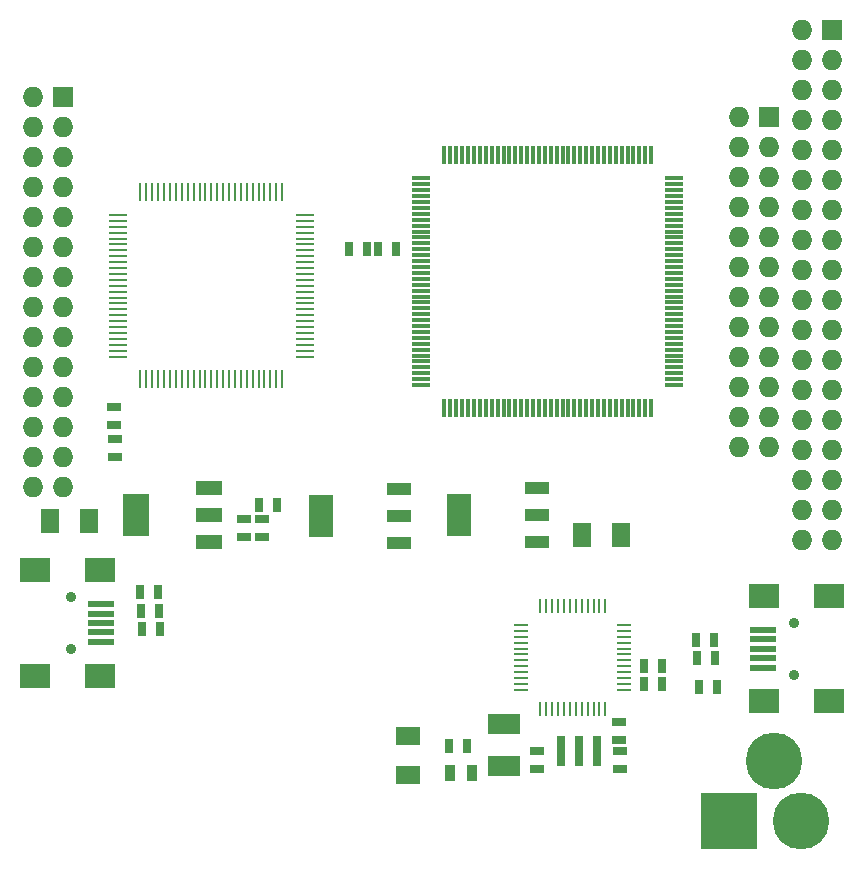
<source format=gts>
G04 #@! TF.FileFunction,Soldermask,Top*
%FSLAX46Y46*%
G04 Gerber Fmt 4.6, Leading zero omitted, Abs format (unit mm)*
G04 Created by KiCad (PCBNEW 0.201502071101+5410~21~ubuntu14.04.1-product) date mié 20 may 2015 20:07:26 COT*
%MOMM*%
G01*
G04 APERTURE LIST*
%ADD10C,0.100000*%
%ADD11R,0.635000X1.143000*%
%ADD12R,1.524000X2.032000*%
%ADD13R,1.143000X0.635000*%
%ADD14R,2.235200X1.219200*%
%ADD15R,2.235200X3.606800*%
%ADD16R,1.550000X0.300000*%
%ADD17R,0.300000X1.550000*%
%ADD18R,1.500000X0.280000*%
%ADD19R,0.280000X1.500000*%
%ADD20R,2.032000X3.657600*%
%ADD21R,2.032000X1.016000*%
%ADD22R,1.727200X1.727200*%
%ADD23O,1.727200X1.727200*%
%ADD24R,2.794000X1.778000*%
%ADD25R,1.300000X0.250000*%
%ADD26R,0.250000X1.300000*%
%ADD27R,0.889000X1.397000*%
%ADD28R,2.032000X1.524000*%
%ADD29R,2.301240X0.500380*%
%ADD30R,2.499360X1.998980*%
%ADD31C,0.899160*%
%ADD32C,4.800600*%
%ADD33R,4.800600X4.800600*%
%ADD34R,0.800000X2.600000*%
G04 APERTURE END LIST*
D10*
D11*
X40813800Y-108224900D03*
X42337800Y-108224900D03*
D12*
X26412000Y-109520300D03*
X23110000Y-109520300D03*
D13*
X39537600Y-109405600D03*
X39537600Y-110929600D03*
X28580000Y-99938000D03*
X28580000Y-101462000D03*
X41042400Y-109393300D03*
X41042400Y-110917300D03*
X28610000Y-104112000D03*
X28610000Y-102588000D03*
D14*
X36588800Y-111366000D03*
X36588800Y-109080000D03*
X36588800Y-106794000D03*
D15*
X30391200Y-109080000D03*
D16*
X54580000Y-80550000D03*
X54580000Y-81050000D03*
X54580000Y-81550000D03*
X54580000Y-82050000D03*
X54580000Y-82550000D03*
X54580000Y-83050000D03*
X54580000Y-83550000D03*
X54580000Y-84050000D03*
X54580000Y-84550000D03*
X54580000Y-85050000D03*
X54580000Y-85550000D03*
X54580000Y-86050000D03*
X54580000Y-86550000D03*
X54580000Y-87050000D03*
X54580000Y-87550000D03*
X54580000Y-88050000D03*
X54580000Y-88550000D03*
X54580000Y-89050000D03*
X54580000Y-89550000D03*
X54580000Y-90050000D03*
X54580000Y-90550000D03*
X54580000Y-91050000D03*
X54580000Y-91550000D03*
X54580000Y-92050000D03*
X54580000Y-92550000D03*
X54580000Y-93050000D03*
X54580000Y-93550000D03*
X54580000Y-94050000D03*
X54580000Y-94550000D03*
X54580000Y-95050000D03*
X54580000Y-95550000D03*
X54580000Y-96050000D03*
X54580000Y-96550000D03*
X54580000Y-97050000D03*
X54580000Y-97550000D03*
X54580000Y-98050000D03*
D17*
X56530000Y-100000000D03*
X57030000Y-100000000D03*
X57530000Y-100000000D03*
X58030000Y-100000000D03*
X58530000Y-100000000D03*
X59030000Y-100000000D03*
X59530000Y-100000000D03*
X60030000Y-100000000D03*
X60530000Y-100000000D03*
X61030000Y-100000000D03*
X61530000Y-100000000D03*
X62030000Y-100000000D03*
X62530000Y-100000000D03*
X63030000Y-100000000D03*
X63530000Y-100000000D03*
X64030000Y-100000000D03*
X64530000Y-100000000D03*
X65030000Y-100000000D03*
X65530000Y-100000000D03*
X66030000Y-100000000D03*
X66530000Y-100000000D03*
X67030000Y-100000000D03*
X67530000Y-100000000D03*
X68030000Y-100000000D03*
X68530000Y-100000000D03*
X69030000Y-100000000D03*
X69530000Y-100000000D03*
X70030000Y-100000000D03*
X70530000Y-100000000D03*
X71030000Y-100000000D03*
X71530000Y-100000000D03*
X72030000Y-100000000D03*
X72530000Y-100000000D03*
X73030000Y-100000000D03*
X73530000Y-100000000D03*
X74030000Y-100000000D03*
D16*
X75980000Y-98050000D03*
X75980000Y-97550000D03*
X75980000Y-97050000D03*
X75980000Y-96550000D03*
X75980000Y-96050000D03*
X75980000Y-95550000D03*
X75980000Y-95050000D03*
X75980000Y-94550000D03*
X75980000Y-94050000D03*
X75980000Y-93550000D03*
X75980000Y-93050000D03*
X75980000Y-92550000D03*
X75980000Y-92050000D03*
X75980000Y-91550000D03*
X75980000Y-91050000D03*
X75980000Y-90550000D03*
X75980000Y-90050000D03*
X75980000Y-89550000D03*
X75980000Y-89050000D03*
X75980000Y-88550000D03*
X75980000Y-88050000D03*
X75980000Y-87550000D03*
X75980000Y-87050000D03*
X75980000Y-86550000D03*
X75980000Y-86050000D03*
X75980000Y-85550000D03*
X75980000Y-85050000D03*
X75980000Y-84550000D03*
X75980000Y-84050000D03*
X75980000Y-83550000D03*
X75980000Y-83050000D03*
X75980000Y-82550000D03*
X75980000Y-82050000D03*
X75980000Y-81550000D03*
X75980000Y-81050000D03*
X75980000Y-80550000D03*
D17*
X74030000Y-78600000D03*
X73530000Y-78600000D03*
X73030000Y-78600000D03*
X72530000Y-78600000D03*
X72030000Y-78600000D03*
X71530000Y-78600000D03*
X71030000Y-78600000D03*
X70530000Y-78600000D03*
X70030000Y-78600000D03*
X69530000Y-78600000D03*
X69030000Y-78600000D03*
X68530000Y-78600000D03*
X68030000Y-78600000D03*
X67530000Y-78600000D03*
X67030000Y-78600000D03*
X66530000Y-78600000D03*
X66030000Y-78600000D03*
X65530000Y-78600000D03*
X65030000Y-78600000D03*
X64530000Y-78600000D03*
X64030000Y-78600000D03*
X63530000Y-78600000D03*
X63030000Y-78600000D03*
X62530000Y-78600000D03*
X62030000Y-78600000D03*
X61530000Y-78600000D03*
X61030000Y-78600000D03*
X60530000Y-78600000D03*
X60030000Y-78600000D03*
X59530000Y-78600000D03*
X59030000Y-78600000D03*
X58530000Y-78600000D03*
X58030000Y-78600000D03*
X57530000Y-78600000D03*
X57030000Y-78600000D03*
X56530000Y-78600000D03*
D18*
X44690000Y-95640000D03*
X44690000Y-95140000D03*
X44690000Y-94640000D03*
X44690000Y-94140000D03*
X44690000Y-93640000D03*
X44690000Y-93140000D03*
X44690000Y-92640000D03*
X44690000Y-92140000D03*
X44690000Y-91640000D03*
X44690000Y-91140000D03*
X44690000Y-90640000D03*
X44690000Y-90140000D03*
X44690000Y-89640000D03*
X44690000Y-89140000D03*
X44690000Y-88640000D03*
X44690000Y-88140000D03*
X44690000Y-87640000D03*
X44690000Y-87140000D03*
X44690000Y-86640000D03*
X44690000Y-86140000D03*
X44690000Y-85640000D03*
X44690000Y-85140000D03*
X44690000Y-84640000D03*
X44690000Y-84140000D03*
X44690000Y-83640000D03*
D19*
X42790000Y-81740000D03*
X42290000Y-81740000D03*
X41790000Y-81740000D03*
X41290000Y-81740000D03*
X40790000Y-81740000D03*
X40290000Y-81740000D03*
X39790000Y-81740000D03*
X39290000Y-81740000D03*
X38790000Y-81740000D03*
X38290000Y-81740000D03*
X37790000Y-81740000D03*
X37290000Y-81740000D03*
X36790000Y-81740000D03*
X36290000Y-81740000D03*
X35790000Y-81740000D03*
X35290000Y-81740000D03*
X34790000Y-81740000D03*
X34290000Y-81740000D03*
X33790000Y-81740000D03*
X33290000Y-81740000D03*
X32790000Y-81740000D03*
X32290000Y-81740000D03*
X31790000Y-81740000D03*
X31290000Y-81740000D03*
X30790000Y-81740000D03*
D18*
X28890000Y-83640000D03*
X28890000Y-84140000D03*
X28890000Y-84640000D03*
X28890000Y-85140000D03*
X28890000Y-85640000D03*
X28890000Y-86140000D03*
X28890000Y-86640000D03*
X28890000Y-87140000D03*
X28890000Y-87640000D03*
X28890000Y-88140000D03*
X28890000Y-88640000D03*
X28890000Y-89140000D03*
X28890000Y-89640000D03*
X28890000Y-90140000D03*
X28890000Y-90640000D03*
X28890000Y-91140000D03*
X28890000Y-91640000D03*
X28890000Y-92140000D03*
X28890000Y-92640000D03*
X28890000Y-93140000D03*
X28890000Y-93640000D03*
X28890000Y-94140000D03*
X28890000Y-94640000D03*
X28890000Y-95140000D03*
X28890000Y-95640000D03*
D19*
X30790000Y-97540000D03*
X31290000Y-97540000D03*
X31790000Y-97540000D03*
X32290000Y-97540000D03*
X32790000Y-97540000D03*
X33290000Y-97540000D03*
X33790000Y-97540000D03*
X34290000Y-97540000D03*
X34790000Y-97540000D03*
X35290000Y-97540000D03*
X35790000Y-97540000D03*
X36290000Y-97540000D03*
X36790000Y-97540000D03*
X37290000Y-97540000D03*
X37790000Y-97540000D03*
X38290000Y-97540000D03*
X38790000Y-97540000D03*
X39290000Y-97540000D03*
X39790000Y-97540000D03*
X40290000Y-97540000D03*
X40790000Y-97540000D03*
X41290000Y-97540000D03*
X41790000Y-97540000D03*
X42290000Y-97540000D03*
X42790000Y-97540000D03*
D12*
X68149000Y-110720000D03*
X71451000Y-110720000D03*
D20*
X57748000Y-109080000D03*
D21*
X64352000Y-109080000D03*
X64352000Y-106794000D03*
X64352000Y-111366000D03*
D20*
X46068000Y-109110000D03*
D21*
X52672000Y-109110000D03*
X52672000Y-106824000D03*
X52672000Y-111396000D03*
D22*
X89370000Y-68020000D03*
D23*
X86830000Y-68020000D03*
X89370000Y-70560000D03*
X86830000Y-70560000D03*
X89370000Y-73100000D03*
X86830000Y-73100000D03*
X89370000Y-75640000D03*
X86830000Y-75640000D03*
X89370000Y-78180000D03*
X86830000Y-78180000D03*
X89370000Y-80720000D03*
X86830000Y-80720000D03*
X89370000Y-83260000D03*
X86830000Y-83260000D03*
X89370000Y-85800000D03*
X86830000Y-85800000D03*
X89370000Y-88340000D03*
X86830000Y-88340000D03*
X89370000Y-90880000D03*
X86830000Y-90880000D03*
X89370000Y-93420000D03*
X86830000Y-93420000D03*
X89370000Y-95960000D03*
X86830000Y-95960000D03*
X89370000Y-98500000D03*
X86830000Y-98500000D03*
X89370000Y-101040000D03*
X86830000Y-101040000D03*
X89370000Y-103580000D03*
X86830000Y-103580000D03*
X89370000Y-106120000D03*
X86830000Y-106120000D03*
X89370000Y-108660000D03*
X86830000Y-108660000D03*
X89370000Y-111200000D03*
X86830000Y-111200000D03*
D22*
X84020000Y-75370000D03*
D23*
X81480000Y-75370000D03*
X84020000Y-77910000D03*
X81480000Y-77910000D03*
X84020000Y-80450000D03*
X81480000Y-80450000D03*
X84020000Y-82990000D03*
X81480000Y-82990000D03*
X84020000Y-85530000D03*
X81480000Y-85530000D03*
X84020000Y-88070000D03*
X81480000Y-88070000D03*
X84020000Y-90610000D03*
X81480000Y-90610000D03*
X84020000Y-93150000D03*
X81480000Y-93150000D03*
X84020000Y-95690000D03*
X81480000Y-95690000D03*
X84020000Y-98230000D03*
X81480000Y-98230000D03*
X84020000Y-100770000D03*
X81480000Y-100770000D03*
X84020000Y-103310000D03*
X81480000Y-103310000D03*
D22*
X24220000Y-73620000D03*
D23*
X21680000Y-73620000D03*
X24220000Y-76160000D03*
X21680000Y-76160000D03*
X24220000Y-78700000D03*
X21680000Y-78700000D03*
X24220000Y-81240000D03*
X21680000Y-81240000D03*
X24220000Y-83780000D03*
X21680000Y-83780000D03*
X24220000Y-86320000D03*
X21680000Y-86320000D03*
X24220000Y-88860000D03*
X21680000Y-88860000D03*
X24220000Y-91400000D03*
X21680000Y-91400000D03*
X24220000Y-93940000D03*
X21680000Y-93940000D03*
X24220000Y-96480000D03*
X21680000Y-96480000D03*
X24220000Y-99020000D03*
X21680000Y-99020000D03*
X24220000Y-101560000D03*
X21680000Y-101560000D03*
X24220000Y-104100000D03*
X21680000Y-104100000D03*
X24220000Y-106640000D03*
X21680000Y-106640000D03*
D11*
X52452000Y-86560000D03*
X50928000Y-86560000D03*
X48468000Y-86560000D03*
X49992000Y-86560000D03*
X56948000Y-128580000D03*
X58472000Y-128580000D03*
D24*
X61580000Y-130278000D03*
X61580000Y-126722000D03*
D13*
X71340000Y-126568000D03*
X71340000Y-128092000D03*
X64400000Y-130582000D03*
X64400000Y-129058000D03*
X71350000Y-130592000D03*
X71350000Y-129068000D03*
D25*
X71750000Y-123860000D03*
X71750000Y-123360000D03*
X71750000Y-122860000D03*
X71750000Y-122360000D03*
X71750000Y-121860000D03*
X71750000Y-121360000D03*
X71750000Y-120860000D03*
X71750000Y-120360000D03*
X71750000Y-119860000D03*
X71750000Y-119360000D03*
X71750000Y-118860000D03*
X71750000Y-118360000D03*
D26*
X70150000Y-116760000D03*
X69650000Y-116760000D03*
X69150000Y-116760000D03*
X68650000Y-116760000D03*
X68150000Y-116760000D03*
X67650000Y-116760000D03*
X67150000Y-116760000D03*
X66650000Y-116760000D03*
X66150000Y-116760000D03*
X65650000Y-116760000D03*
X65150000Y-116760000D03*
X64650000Y-116760000D03*
D25*
X63050000Y-118360000D03*
X63050000Y-118860000D03*
X63050000Y-119360000D03*
X63050000Y-119860000D03*
X63050000Y-120360000D03*
X63050000Y-120860000D03*
X63050000Y-121360000D03*
X63050000Y-121860000D03*
X63050000Y-122360000D03*
X63050000Y-122860000D03*
X63050000Y-123360000D03*
X63050000Y-123860000D03*
D26*
X64650000Y-125460000D03*
X65150000Y-125460000D03*
X65650000Y-125460000D03*
X66150000Y-125460000D03*
X66650000Y-125460000D03*
X67150000Y-125460000D03*
X67650000Y-125460000D03*
X68150000Y-125460000D03*
X68650000Y-125460000D03*
X69150000Y-125460000D03*
X69650000Y-125460000D03*
X70150000Y-125460000D03*
D27*
X56957500Y-130920000D03*
X58862500Y-130920000D03*
D11*
X79402000Y-121130000D03*
X77878000Y-121130000D03*
X79362000Y-119620000D03*
X77838000Y-119620000D03*
X73438000Y-123380000D03*
X74962000Y-123380000D03*
X74942000Y-121870000D03*
X73418000Y-121870000D03*
D28*
X53420000Y-131071000D03*
X53420000Y-127769000D03*
D29*
X83500680Y-121970200D03*
X83500680Y-121170100D03*
X83500680Y-120370000D03*
X83500680Y-119569900D03*
X83500680Y-118769800D03*
D30*
X83599740Y-124820080D03*
X89098840Y-124820080D03*
X83599740Y-115919920D03*
X89098840Y-115919920D03*
D31*
X86099100Y-122569640D03*
X86099100Y-118170360D03*
D11*
X79582000Y-123580000D03*
X78058000Y-123580000D03*
D32*
X86680000Y-134950000D03*
D33*
X80584000Y-134950000D03*
D32*
X84394000Y-129870000D03*
D11*
X30758000Y-115530000D03*
X32282000Y-115530000D03*
D29*
X27489320Y-116589800D03*
X27489320Y-117389900D03*
X27489320Y-118190000D03*
X27489320Y-118990100D03*
X27489320Y-119790200D03*
D30*
X27390260Y-113739920D03*
X21891160Y-113739920D03*
X27390260Y-122640080D03*
X21891160Y-122640080D03*
D31*
X24890900Y-115990360D03*
X24890900Y-120389640D03*
D11*
X30858000Y-117210000D03*
X32382000Y-117210000D03*
X30898000Y-118730000D03*
X32422000Y-118730000D03*
D34*
X67920000Y-129060000D03*
X66420000Y-129060000D03*
X69420000Y-129060000D03*
M02*

</source>
